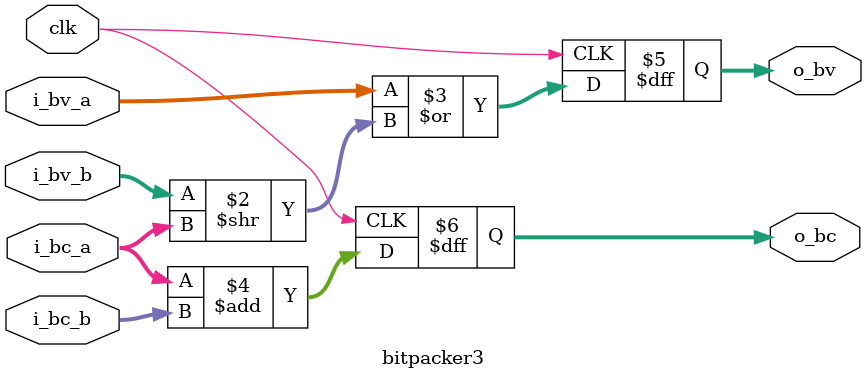
<source format=sv>
`timescale 1 ns/1 ns

module bitpacker3(
    input  wire         clk,
    input  wire [191:0] i_bv_a,
    input  wire [  7:0] i_bc_a,
    input  wire [191:0] i_bv_b,
    input  wire [  7:0] i_bc_b,
    output reg  [191:0] o_bv,
    output reg  [  7:0] o_bc
);

always @ (posedge clk) begin
    o_bv <= i_bv_a | ( i_bv_b >> i_bc_a );
    o_bc <= i_bc_a + i_bc_b;
end

endmodule

</source>
